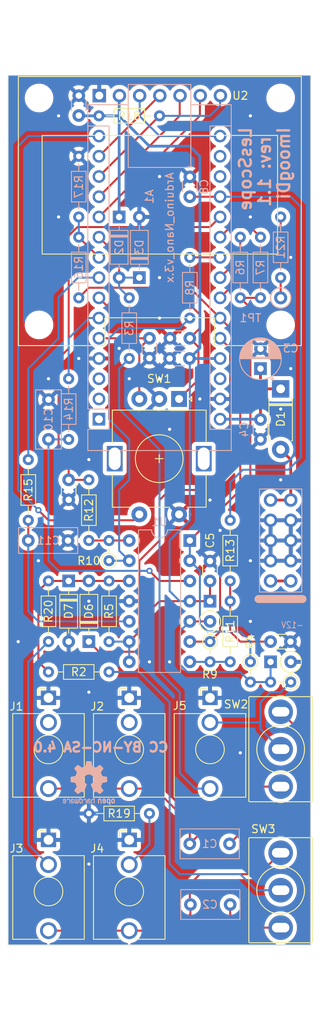
<source format=kicad_pcb>
(kicad_pcb (version 20221018) (generator pcbnew)
  (title_block (title "LesScope") (date "2025-03-20") (rev "1.1") (company "ImoogDi") (comment 1 "CC BY-NC-SA"))
  (layers (0 "F.Cu" signal) (31 "B.Cu" signal) (34 "B.Paste" user) (35 "F.Paste" user) (36 "B.SilkS" user "B.Silkscreen") (37 "F.SilkS" user "F.Silkscreen") (38 "B.Mask" user) (39 "F.Mask" user) (44 "Edge.Cuts" user))
  (net 0 "")
  (net 4 "GND")
  (net 5 "/Encoder.ENC_A")
  (net 6 "/Input_Conditioner/Fast_PWM1")
  (net 7 "/Encoder.ENC_B")
  (net 8 "/Encoder.ENC_SW")
  (net 9 "/Input_Conditioner/AMP1_x3")
  (net 10 "/Input_Conditioner/Trigger_MCU")
  (net 11 "/Input_Conditioner/AMP1_x2")
  (net 12 "/Display/DI_SDA")
  (net 13 "/Display/DO_SCK")
  (net 14 "/Display/DC_data_cmd")
  (net 15 "/Display/CS")
  (net 16 "/Display/RST")
  (net 19 "/Input_Conditioner/AD_In1")
  (net 20 "/Input_Conditioner/AD_In2")
  (net 21 "/Input_Conditioner/AMP2_x2")
  (net 22 "/Input_Conditioner/Chan1_Offset")
  (net 23 "Net-(A1-A5)")
  (net 24 "/Input_Conditioner/Chan2_Offset")
  (net 25 "+5V")
  (net 27 "+12V")
  (net 28 "Net-(U1A-+)")
  (net 29 "Net-(U1C-+)")
  (net 30 "+12VA")
  (net 31 "-12VA")
  (net 33 "Net-(SW2-C)")
  (net 34 "/Backplane/Trigger")
  (net 35 "/Input_Conditioner/Fast_PWM2")
  (net 36 "Net-(U1B--)")
  (net 37 "Net-(U1D--)")
  (net 38 "Net-(R11-Pad1)")
  (net 39 "Net-(C7-Pad1)")
  (net 40 "Net-(R10-Pad2)")
  (net 41 "Net-(J3-PadTN)")
  (net 42 "Net-(J4-PadTN)")
  (net 44 "Net-(SW2-A)")
  (net 45 "/Backplane/In2")
  (net 46 "Net-(SW3-A)")
  (net 47 "Net-(SW3-C)")
  (net 48 "Net-(SW3-B)")
  (net 49 "Net-(A1-D6)")
  (net 50 "/Backplane/In1")
  (net 51 "In1_SW")
  (net 52 "Net-(R21-Pad2)")
  (footprint "Capacitor_THT:C_Disc_D3.0mm_W1.6mm_P2.50mm" (layer "F.Cu") (at 160.063972 112.811484)
    (fp_text reference "C7" hide)
    (fp_text value "27nF" hide)
  )
  (footprint "Resistor_THT:R_Axial_DIN0204_L3.6mm_D1.6mm_P7.62mm_Horizontal" (layer "F.Cu") (at 139.743972 116.621484 180)
    (fp_text reference "R2")
    (fp_text value "100K" hide)
  )
  (footprint "Resistor_THT:R_Axial_DIN0204_L3.6mm_D1.6mm_P7.62mm_Horizontal" (layer "F.Cu") (at 132.123972 112.811484 90)
    (fp_text reference "R20")
    (fp_text value "4,7K" hide)
  )
  (footprint "Resistor_THT:R_Axial_DIN0204_L3.6mm_D1.6mm_P7.62mm_Horizontal" (layer "F.Cu") (at 129.583972 89.951484 -90)
    (fp_text reference "R15")
    (fp_text value "47K" hide)
  )
  (footprint "Capacitor_THT:C_Disc_D3.0mm_W1.6mm_P2.50mm" (layer "F.Cu") (at 152.443972 105.191484 90)
    (fp_text reference "C5")
    (fp_text value "100nF" hide)
  )
  (footprint "Resistor_THT:R_Axial_DIN0204_L3.6mm_D1.6mm_P7.62mm_Horizontal" (layer "F.Cu") (at 154.983972 115.351484 90)
    (fp_text reference "R11")
    (fp_text value "1K" hide)
  )
  (footprint "Connector_Audio:Jack_3.5mm_QingPu_WQP-PJ398SM_Vertical_CircularHoles" (layer "F.Cu") (at 132.123972 119.871484)
    (fp_text reference "J1")
    (fp_text value "AudioJack2_SwitchT" hide)
  )
  (footprint "Connector_Audio:Jack_3.5mm_QingPu_WQP-PJ398SM_Vertical_CircularHoles" (layer "F.Cu") (at 142.283972 119.871484)
    (fp_text reference "J2")
    (fp_text value "AudioJack2_SwitchT" hide)
  )
  (footprint "Resistor_THT:R_Axial_DIN0204_L3.6mm_D1.6mm_P2.54mm_Vertical" (layer "F.Cu") (at 157.523972 115.351484 -90)
    (fp_text reference "R4")
    (fp_text value "47K" hide)
  )
  (footprint "Connector_Audio:Jack_3.5mm_QingPu_WQP-PJ398SM_Vertical_CircularHoles" (layer "F.Cu") (at 152.443972 119.871484)
    (fp_text reference "J5")
    (fp_text value "AudioJack2_SwitchT" hide)
  )
  (footprint "PCM_4ms_Switch:Switch_Toggle_SPDT_Mini_SolderLug" (layer "F.Cu") (at 161.333972 126.324284)
    (fp_text reference "SW2")
    (fp_text value "SW_SPDT" hide)
  )
  (footprint "Rotary_Encoder:RotaryEncoder_Alps_EC11E-Switch_Vertical_H20mm" (layer "F.Cu") (at 148.553972 82.331484 -90)
    (fp_text reference "SW1")
    (fp_text value "RotaryEncoder_Switch" hide)
  )
  (footprint "Resistor_THT:R_Axial_DIN0204_L3.6mm_D1.6mm_P7.62mm_Horizontal" (layer "F.Cu") (at 137.203972 100.111484 90)
    (fp_text reference "R12")
    (fp_text value "2.7K" hide)
  )
  (footprint "Resistor_THT:R_Axial_DIN0204_L3.6mm_D1.6mm_P7.62mm_Horizontal" (layer "F.Cu") (at 144.823972 134.401484 180)
    (fp_text reference "R19")
    (fp_text value "27K" hide)
  )
  (footprint "Resistor_THT:R_Axial_DIN0204_L3.6mm_D1.6mm_P7.62mm_Horizontal" (layer "F.Cu") (at 139.743972 112.811484 90)
    (fp_text reference "R5")
    (fp_text value "47K" hide)
  )
  (footprint "PCM_4ms_Switch:Switch_Toggle_SPDT_Mini_SolderLug" (layer "F.Cu") (at 161.333972 144.035742 180)
    (fp_text reference "SW3")
    (fp_text value "SW_SPDT" hide)
  )
  (footprint "Capacitor_THT:C_Disc_D3.0mm_W1.6mm_P2.50mm" (layer "F.Cu") (at 134.663972 92.491484 -90)
    (fp_text reference "C9" hide)
    (fp_text value "10nF" hide)
  )
  (footprint "Diode_THT:D_DO-35_SOD27_P2.54mm_Vertical_KathodeUp" (layer "F.Cu") (at 160.063972 115.351484)
    (fp_text reference "D5" hide)
    (fp_text value "BAT46" hide)
  )
  (footprint "Diode_THT:D_DO-35_SOD27_P7.62mm_Horizontal" (layer "F.Cu") (at 134.663972 105.191484 -90)
    (fp_text reference "D7")
    (fp_text value "BAT46" hide)
  )
  (footprint "Resistor_THT:R_Axial_DIN0204_L3.6mm_D1.6mm_P7.62mm_Horizontal" (layer "F.Cu") (at 154.983972 105.191484 90)
    (fp_text reference "R13")
    (fp_text value "1K" hide)
  )
  (footprint "Diode_THT:D_DO-35_SOD27_P7.62mm_Horizontal" (layer "F.Cu") (at 137.203972 112.811484 90)
    (fp_text reference "D6")
    (fp_text value "BAT46" hide)
  )
  (footprint "Resistor_THT:R_Axial_DIN0204_L3.6mm_D1.6mm_P2.54mm_Vertical" (layer "F.Cu") (at 152.443972 112.811484 -90)
    (fp_text reference "R9")
    (fp_text value "10K" hide)
  )
  (footprint "Diode_THT:D_DO-41_SOD81_P7.62mm_Horizontal" (layer "F.Cu") (at 161.333972 81.061484 -90)
    (fp_text reference "D1")
    (fp_text value "1N5817" hide)
  )
  (footprint "Connector_Audio:Jack_3.5mm_QingPu_WQP-PJ398SM_Vertical_CircularHoles" (layer "F.Cu") (at 142.283972 137.715742)
    (fp_text reference "J4")
    (fp_text value "AudioJack2_SwitchT" hide)
  )
  (footprint "Connector_Audio:Jack_3.5mm_QingPu_WQP-PJ398SM_Vertical_CircularHoles" (layer "F.Cu") (at 132.123972 137.715742)
    (fp_text reference "J3")
    (fp_text value "AudioJack2_SwitchT" hide)
  )
  (footprint "Diode_THT:D_DO-35_SOD27_P2.54mm_Vertical_KathodeUp" (layer "F.Cu") (at 152.443972 107.731484 -90)
    (fp_text reference "D4" hide)
    (fp_text value "BAT46" hide)
  )
  (footprint "Resistor_THT:R_Axial_DIN0204_L3.6mm_D1.6mm_P7.62mm_Horizontal" (layer "F.Cu") (at 138.473972 46.771484)
    (fp_text reference "R18")
    (fp_text value "10K" hide)
  )
  (footprint "Display:DisplayModule_DM_OLED13" (layer "F.Cu") (at 137.108333 45.014742)
    (fp_text reference "U2")
    (fp_text value "OLED 1.3 128X64 SPI" hide)
  )
  (footprint "Resistor_THT:R_Axial_DIN0204_L3.6mm_D1.6mm_P2.54mm_Vertical" (layer "F.Cu") (at 162.603972 117.891484 180)
    (fp_text reference "R1" hide)
    (fp_text value "100K" hide)
  )
  (footprint "Resistor_THT:R_Axial_DIN0204_L3.6mm_D1.6mm_P2.54mm_Vertical" (layer "F.Cu") (at 139.743972 102.651484 90)
    (fp_text reference "R10")
    (fp_text value "10K" hide)
  )
  (footprint "Resistor_THT:R_Axial_DIN0204_L3.6mm_D1.6mm_P7.62mm_Horizontal" (layer "B.Cu") (at 142.283972 77.251484 90)
    (fp_text reference "R3")
    (fp_text value "4,7K" hide)
  )
  (footprint "Capacitor_THT:C_Disc_D3.0mm_W1.6mm_P2.50mm" (layer "B.Cu") (at 149.863972 77.251484 180)
    (fp_text reference "C6" hide)
    (fp_text value "100nF" hide)
  )
  (footprint "Resistor_THT:R_Axial_DIN0204_L3.6mm_D1.6mm_P7.62mm_Horizontal" (layer "B.Cu") (at 161.333972 59.471484 -90)
    (fp_text reference "R21")
    (fp_text value "1K" hide)
  )
  (footprint "Capacitor_THT:C_Rect_L7.2mm_W3.5mm_P5.00mm_FKS2_FKP2_MKS2_MKP2" (layer "B.Cu") (at 154.983972 145.831484 180)
    (fp_text reference "C2")
    (fp_text value "2,2uF" hide)
  )
  (footprint "Capacitor_THT:C_Disc_D3.0mm_W1.6mm_P2.50mm" (layer "B.Cu") (at 135.933972 44.231484 -90)
    (fp_text reference "C14" hide)
    (fp_text value "100nF" hide)
  )
  (footprint "Module:Arduino_Nano" (layer "B.Cu") (at 138.473972 84.871484)
    (fp_text reference "A1")
    (fp_text value "Arduino_Nano_v3.x")
  )
  (footprint "Diode_THT:D_DO-35_SOD27_P7.62mm_Horizontal" (layer "B.Cu") (at 141.013972 59.471484 -90)
    (fp_text reference "D2")
    (fp_text value "BAT46" hide)
  )
  (footprint "Capacitor_THT:C_Disc_D3.0mm_W1.6mm_P2.50mm" (layer "B.Cu") (at 149.903972 56.931484 90)
    (fp_text reference "C8")
    (fp_text value "27nF" hide)
  )
  (footprint "Resistor_THT:R_Axial_DIN0204_L3.6mm_D1.6mm_P7.62mm_Horizontal" (layer "B.Cu") (at 156.253972 69.631484 90)
    (fp_text reference "R6")
    (fp_text value "4,99K" hide)
  )
  (footprint "Package_DIP:DIP-14_W7.62mm" (layer "B.Cu") (at 149.903972 100.111484 180)
    (fp_text reference "U1")
    (fp_text value "MCP6004" hide)
  )
  (footprint "Capacitor_THT:C_Disc_D3.0mm_W1.6mm_P2.50mm" (layer "B.Cu") (at 158.793972 84.911484 -90)
    (fp_text reference "C4")
    (fp_text value "100nF" hide)
  )
  (footprint "PCM_4ms_Connector:Pins_2x05_2.54mm_TH_Europower" (layer "B.Cu") (at 161.333972 100.111484 180)
    (fp_text reference "J6" hide)
    (fp_text value "Conn_02x05_Odd_Even" hide)
  )
  (footprint "PCM_4ms_TestPoint:TestPoint_WireHole" (layer "B.Cu") (at 161.333972 69.631484 180)
    (fp_text reference "TP1")
    (fp_text value "TestPoint" hide)
  )
  (footprint "Symbol:OSHW-Logo2_7.3x6mm_SilkScreen" (layer "B.Cu") (at 137.203972 130.591484 180)
    (fp_text reference "REF_A" hide)
    (fp_text value "OSHW-Logo2_7.3x6mm_SilkScreen" hide)
  )
  (footprint "Resistor_THT:R_Axial_DIN0204_L3.6mm_D1.6mm_P7.62mm_Horizontal" (layer "B.Cu") (at 135.933972 69.631484 90)
    (fp_text reference "R16")
    (fp_text value "4,7K" hide)
  )
  (footprint "Capacitor_THT:C_Rect_L7.2mm_W3.0mm_P5.00mm_FKS2_FKP2_MKS2_MKP2" (layer "B.Cu") (at 129.583972 100.111484)
    (fp_text reference "C11")
    (fp_text value "1uF" hide)
  )
  (footprint "Capacitor_THT:C_Disc_D3.0mm_W1.6mm_P2.50mm" (layer "B.Cu") (at 149.903972 74.711484 180)
    (fp_text reference "C12" hide)
    (fp_text value "10nF" hide)
  )
  (footprint "Capacitor_THT:CP_Radial_D5.0mm_P2.50mm" (layer "B.Cu") (at 158.793972 78.521484 90)
    (fp_text reference "C3")
    (fp_text value "22u" hide)
  )
  (footprint "Capacitor_THT:C_Rect_L7.2mm_W3.5mm_P5.00mm_FKS2_FKP2_MKS2_MKP2" (layer "B.Cu") (at 154.903972 138.211484 180)
    (fp_text reference "C1")
    (fp_text value "2,2uF" hide)
  )
  (footprint "Resistor_THT:R_Axial_DIN0204_L3.6mm_D1.6mm_P7.62mm_Horizontal" (layer "B.Cu") (at 149.903972 72.171484 90)
    (fp_text reference "R8")
    (fp_text value "10K" hide)
  )
  (footprint "Capacitor_THT:C_Disc_D3.0mm_W1.6mm_P2.50mm" (layer "B.Cu") (at 144.823972 74.711484 -90)
    (fp_text reference "C13" hide)
    (fp_text value "10nF" hide)
  )
  (footprint "Resistor_THT:R_Axial_DIN0204_L3.6mm_D1.6mm_P7.62mm_Horizontal" (layer "B.Cu") (at 158.793972 69.631484 90)
    (fp_text reference "R7")
    (fp_text value "10K" hide)
  )
  (footprint "Capacitor_THT:C_Rect_L7.2mm_W3.0mm_P5.00mm_FKS2_FKP2_MKS2_MKP2" (layer "B.Cu") (at 132.123972 87.411484 90)
    (fp_text reference "C10")
    (fp_text value "1uF" hide)
  )
  (footprint "Resistor_THT:R_Axial_DIN0204_L3.6mm_D1.6mm_P7.62mm_Horizontal" (layer "B.Cu") (at 134.663972 79.791484 -90)
    (fp_text reference "R14")
    (fp_text value "47K" hide)
  )
  (footprint "Diode_THT:D_DO-35_SOD27_P7.62mm_Horizontal" (layer "B.Cu") (at 143.553972 67.091484 90)
    (fp_text reference "D3")
    (fp_text value "BAT46" hide)
  )
  (footprint "Resistor_THT:R_Axial_DIN0204_L3.6mm_D1.6mm_P7.62mm_Horizontal" (layer "B.Cu") (at 135.933972 51.851484 -90)
    (fp_text reference "R17")
    (fp_text value "10K" hide)
  )
  (gr_rect (start 127.043972 41.691484) (end 165.1 150.911484) (stroke (width 0.1)) (fill none) (layer "Edge.Cuts"))
  (gr_text "CC BY-NC-SA 4.0" (at 147.363972 126.781484) (layer "B.SilkS") (effects (font (size 1.2 1.2) (thickness 0.3) bold) (justify left bottom mirror)))
  (gr_text "LesScope\n rev: 1.1\nImoogDi" (at 162.603972 48.041484 90) (layer "B.SilkS") (effects (font (size 1.5 1.5) (thickness 0.3) bold) (justify left bottom mirror)))
  (via (at 157.523972 110.271484) (size 0.8) (drill 0.4) (layers "F.Cu" "B.Cu") (net 4))
  (via (at 146.093972 72.171484) (size 0.8) (drill 0.4) (layers "F.Cu" "B.Cu") (net 4))
  (via (at 141.013972 75.981484) (size 0.8) (drill 0.4) (layers "F.Cu" "B.Cu") (net 4))
  (via (at 142.283972 79.791484) (size 0.8) (drill 0.4) (layers "F.Cu" "B.Cu") (net 4))
  (via (at 137.203972 89.951484) (size 0.8) (drill 0.4) (layers "F.Cu" "B.Cu") (net 4))
  (via (at 137.203972 107.731484) (size 0.8) (drill 0.4) (layers "F.Cu" "B.Cu") (net 4))
  (via (at 151.173972 82.331484) (size 0.8) (drill 0.4) (layers "F.Cu" "B.Cu") (net 4))
  (via (at 146.093972 67.091484) (size 0.8) (drill 0.4) (layers "F.Cu" "B.Cu") (net 4))
  (via (at 162.603972 64.551484) (size 0.8) (drill 0.4) (layers "F.Cu" "B.Cu") (net 4))
  (via (at 137.203972 119.161484) (size 0.8) (drill 0.4) (layers "F.Cu" "B.Cu") (net 4))
  (via (at 137.203972 140.751484) (size 0.8) (drill 0.4) (layers "F.Cu" "B.Cu") (net 4))
  (via (at 133.393972 59.471484) (size 0.8) (drill 0.4) (layers "F.Cu" "B.Cu") (net 4))
  (via (at 157.523972 59.471484) (size 0.8) (drill 0.4) (layers "F.Cu" "B.Cu") (net 4))
  (via (at 128.313972 112.811484) (size 0.8) (drill 0.4) (layers "F.Cu" "B.Cu") (net 4))
  (via (at 161.333972 92.491484) (size 0.8) (drill 0.4) (layers "F.Cu" "B.Cu") (net 4))
  (via (at 157.523972 102.651484) (size 0.8) (drill 0.4) (layers "F.Cu" "B.Cu") (net 4))
  (via (at 146.093972 79.791484) (size 0.8) (drill 0.4) (layers "F.Cu" "B.Cu") (net 4))
  (via (at 135.933972 77.251484) (size 0.8) (drill 0.4) (layers "F.Cu" "B.Cu") (net 4))
  (via (at 156.253972 126.781484) (size 0.8) (drill 0.4) (layers "F.Cu" "B.Cu") (net 4))
  (via (at 157.523972 46.771484) (size 0.8) (drill 0.4) (layers "F.Cu" "B.Cu") (net 4))
  (via (at 153.713972 98.841484) (size 0.8) (drill 0.4) (layers "F.Cu" "B.Cu") (net 4))
  (via (at 146.093972 54.391484) (size 0.8) (drill 0.4) (layers "F.Cu" "B.Cu") (net 4))
  (via (at 162.603972 78.521484) (size 0.8) (drill 0.4) (layers "F.Cu" "B.Cu") (net 4))
  (via (at 152.443972 95.031484) (size 0.8) (drill 0.4) (layers "F.Cu" "B.Cu") (net 4))
  (via (at 147.363972 115.351484) (size 0.8) (drill 0.4) (layers "F.Cu" "B.Cu") (net 4))
  (via (at 144.823972 115.351484) (size 0.8) (drill 0.4) (layers "F.Cu" "B.Cu") (net 4))
  (via (at 132.123972 79.791484) (size 0.8) (drill 0.4) (layers "F.Cu" "B.Cu") (net 4))
  (via (at 133.393972 46.771484) (size 0.8) (drill 0.4) (layers "F.Cu" "B.Cu") (net 4))
  (via (at 161.333972 83.601484) (size 0.8) (drill 0.4) (layers "F.Cu" "B.Cu") (net 4))
  (via (at 130.853972 102.651484) (size 0.8) (drill 0.4) (layers "F.Cu" "B.Cu") (net 4))
  (via (at 147.363972 86.141484) (size 0.8) (drill 0.4) (layers "F.Cu" "B.Cu") (net 4))
  (segment (start 151.173972 73.441484) (end 149.903972 74.711484) (width 0.25) (layer "F.Cu") (net 5))
  (segment (start 149.903972 74.711484) (end 150.988972 75.796484) (width 0.25) (layer "F.Cu") (net 5))
  (segment (start 150.328541 70.901484) (end 151.173972 71.746915) (width 0.25) (layer "F.Cu") (net 5))
  (segment (start 139.743972 70.901484) (end 150.328541 70.901484) (width 0.25) (layer "F.Cu") (net 5))
  (segment (start 151.173972 71.746915) (end 151.173972 73.441484) (width 0.25) (layer "F.Cu") (net 5))
  (segment (start 150.988972 79.896484) (end 148.553972 82.331484) (width 0.25) (layer "F.Cu") (net 5))
  (segment (start 138.473972 69.631484) (end 139.743972 70.901484) (width 0.25) (layer "F.Cu") (net 5))
  (segment (start 150.988972 75.796484) (end 150.988972 79.896484) (width 0.25) (layer "F.Cu") (net 5))
  (segment (start 134.663972 74.711484) (end 134.663972 79.791484) (width 0.25) (layer "B.Cu") (net 6))
  (segment (start 137.203972 72.171484) (end 134.663972 74.711484) (width 0.25) (layer "B.Cu") (net 6))
  (segment (start 138.473972 72.171484) (end 137.203972 72.171484) (width 0.25) (layer "B.Cu") (net 6))
  (segment (start 144.823972 74.711484) (end 143.553972 75.981484) (width 0.25) (layer "F.Cu") (net 7))
  (segment (start 138.473972 74.711484) (end 144.823972 74.711484) (width 0.25) (layer "F.Cu") (net 7))
  (segment (start 143.553972 75.981484) (end 143.553972 82.331484) (width 0.25) (layer "F.Cu") (net 7))
  (segment (start 132.123972 97.571484) (end 142.813972 97.571484) (width 0.25) (layer "F.Cu") (net 8))
  (segment (start 130.853972 96.301484) (end 132.123972 97.571484) (width 0.25) (layer "F.Cu") (net 8))
  (segment (start 142.813972 97.571484) (end 143.553972 96.831484) (width 0.25) (layer "F.Cu") (net 8))
  (via (at 130.853972 96.301484) (size 0.8) (drill 0.4) (layers "F.Cu" "B.Cu") (net 8))
  (segment (start 128.313972 50.581484) (end 129.583972 49.311484) (width 0.25) (layer "B.Cu") (net 8))
  (segment (start 129.583972 49.311484) (end 138.473972 49.311484) (width 0.25) (layer "B.Cu") (net 8))
  (segment (start 128.313972 93.761484) (end 128.313972 50.581484) (width 0.25) (layer "B.Cu") (net 8))
  (segment (start 130.853972 96.301484) (end 128.313972 93.761484) (width 0.25) (layer "B.Cu") (net 8))
  (segment (start 156.253972 64.551484) (end 153.713972 67.091484) (width 0.25) (layer "F.Cu") (net 9))
  (segment (start 156.253972 62.011484) (end 156.253972 64.551484) (width 0.25) (layer "F.Cu") (net 9))
  (segment (start 141.013972 64.551484) (end 141.013972 67.091484) (width 0.25) (layer "F.Cu") (net 10))
  (segment (start 138.473972 62.011484) (end 141.013972 64.551484) (width 0.25) (layer "F.Cu") (net 10))
  (segment (start 141.013972 68.361484) (end 142.283972 69.631484) (width 0.25) (layer "B.Cu") (net 10))
  (segment (start 141.013972 67.091484) (end 141.013972 68.361484) (width 0.25) (layer "B.Cu") (net 10))
  (segment (start 141.013972 67.091484) (end 143.553972 67.091484) (width 0.25) (layer "B.Cu") (net 10))
  (segment (start 153.713972 62.011484) (end 154.983972 60.741484) (width 0.25) (layer "F.Cu") (net 11))
  (segment (start 154.983972 60.741484) (end 157.523972 60.741484) (width 0.25) (layer "F.Cu") (net 11))
  (segment (start 157.523972 60.741484) (end 158.793972 62.011484) (width 0.25) (layer "F.Cu") (net 11))
  (segment (start 138.473972 51.851484) (end 146.093972 44.231484) (width 0.25) (layer "F.Cu") (net 12))
  (segment (start 146.093972 44.231484) (end 146.133972 44.231484) (width 0.25) (layer "F.Cu") (net 12))
  (segment (start 146.093972 49.311484) (end 153.713972 49.311484) (width 0.25) (layer "B.Cu") (net 13))
  (segment (start 143.593972 46.811484) (end 146.093972 49.311484) (width 0.25) (layer "B.Cu") (net 13))
  (segment (start 143.593972 44.231484) (end 143.593972 46.811484) (width 0.25) (layer "B.Cu") (net 13))
  (segment (start 151.173972 46.771484) (end 151.173972 44.231484) (width 0.25) (layer "F.Cu") (net 14))
  (segment (start 138.473972 59.471484) (end 151.173972 46.771484) (width 0.25) (layer "F.Cu") (net 14))
  (segment (start 138.473972 54.391484) (end 146.093972 46.771484) (width 0.25) (layer "F.Cu") (net 15))
  (segment (start 153.713972 45.501484) (end 153.713972 44.231484) (width 0.25) (layer "B.Cu") (net 15))
  (segment (start 146.093972 46.771484) (end 152.443972 46.771484) (width 0.25) (layer "B.Cu") (net 15))
  (segment (start 152.443972 46.771484) (end 153.713972 45.501484) (width 0.25) (layer "B.Cu") (net 15))
  (segment (start 138.473972 56.931484) (end 148.633972 46.771484) (width 0.25) (layer "F.Cu") (net 16))
  (segment (start 148.633972 46.771484) (end 148.633972 43.931484) (width 0.25) (layer "F.Cu") (net 16))
  (segment (start 149.903972 56.931484) (end 153.713972 56.931484) (width 0.25) (layer "F.Cu") (net 19))
  (segment (start 162.603972 56.931484) (end 163.873972 58.201484) (width 0.25) (layer "B.Cu") (net 19))
  (segment (start 153.713972 56.931484) (end 162.603972 56.931484) (width 0.25) (layer "B.Cu") (net 19))
  (segment (start 162.308844 91.221484) (end 156.574963 91.221484) (width 0.25) (layer "B.Cu") (net 19))
  (segment (start 163.873972 89.656356) (end 162.308844 91.221484) (width 0.25) (layer "B.Cu") (net 19))
  (segment (start 154.983972 92.812475) (end 154.983972 97.571484) (width 0.25) (layer "B.Cu") (net 19))
  (segment (start 156.574963 91.221484) (end 154.983972 92.812475) (width 0.25) (layer "B.Cu") (net 19))
  (segment (start 163.873972 58.201484) (end 163.873972 89.656356) (width 0.25) (layer "B.Cu") (net 19))
  (segment (start 134.663972 89.951484) (end 133.393972 88.681484) (width 0.25) (layer "F.Cu") (net 20))
  (segment (start 135.754403 60.741484) (end 152.443972 60.741484) (width 0.25) (layer "F.Cu") (net 20))
  (segment (start 152.443972 60.741484) (end 153.713972 59.471484) (width 0.25) (layer "F.Cu") (net 20))
  (segment (start 134.663972 92.491484) (end 134.663972 89.951484) (width 0.25) (layer "F.Cu") (net 20))
  (segment (start 134.663972 75.981484) (end 134.663972 61.831915) (width 0.25) (layer "F.Cu") (net 20))
  (segment (start 133.393972 77.251484) (end 134.663972 75.981484) (width 0.25) (layer "F.Cu") (net 20))
  (segment (start 134.663972 61.831915) (end 135.754403 60.741484) (width 0.25) (layer "F.Cu") (net 20))
  (segment (start 134.663972 92.491484) (end 137.203972 92.491484) (width 0.25) (layer "F.Cu") (net 20))
  (segment (start 133.393972 88.681484) (end 133.393972 77.251484) (width 0.25) (layer "F.Cu") (net 20))
  (segment (start 149.903972 64.551484) (end 153.713972 64.551484) (width 0.25) (layer "F.Cu") (net 21))
  (segment (start 137.203972 68.361484) (end 149.903972 68.361484) (width 0.25) (layer "F.Cu") (net 22))
  (segment (start 149.903972 68.361484) (end 153.713972 72.171484) (width 0.25) (layer "F.Cu") (net 22))
  (segment (start 156.253972 93.761484) (end 156.253972 74.711484) (width 0.25) (layer "F.Cu") (net 22))
  (segment (start 149.903972 100.111484) (end 156.253972 93.761484) (width 0.25) (layer "F.Cu") (net 22))
  (segment (start 156.253972 74.711484) (end 153.713972 72.171484) (width 0.25) (layer "F.Cu") (net 22))
  (segment (start 135.933972 69.631484) (end 137.203972 68.361484) (width 0.25) (layer "F.Cu") (net 22))
  (segment (start 152.122981 111.541484) (end 156.253972 111.541484) (width 0.25) (layer "B.Cu") (net 22))
  (segment (start 151.173972 110.592475) (end 152.122981 111.541484) (width 0.25) (layer "B.Cu") (net 22))
  (segment (start 151.173972 103.921484) (end 151.173972 110.592475) (width 0.25) (layer "B.Cu") (net 22))
  (segment (start 149.903972 102.651484) (end 151.173972 103.921484) (width 0.25) (layer "B.Cu") (net 22))
  (segment (start 149.903972 102.651484) (end 149.903972 100.111484) (width 0.25) (layer "B.Cu") (net 22))
  (segment (start 157.523972 112.811484) (end 157.523972 115.351484) (width 0.25) (layer "B.Cu") (net 22))
  (segment (start 156.253972 111.541484) (end 157.523972 112.811484) (width 0.25) (layer "B.Cu") (net 22))
  (segment (start 153.713972 69.631484) (end 161.333972 62.011484) (width 0.25) (layer "F.Cu") (net 23))
  (segment (start 161.333972 62.011484) (end 161.333972 59.471484) (width 0.25) (layer "F.Cu") (net 23))
  (segment (start 154.983972 91.221484) (end 154.983972 75.981484) (width 0.25) (layer "F.Cu") (net 24))
  (segment (start 147.363972 93.761484) (end 152.443972 93.761484) (width 0.25) (layer "F.Cu") (net 24))
  (segment (start 152.443972 93.761484) (end 154.983972 91.221484) (width 0.25) (layer "F.Cu") (net 24))
  (segment (start 154.983972 75.981484) (end 153.713972 74.711484) (width 0.25) (layer "F.Cu") (net 24))
  (segment (start 146.093972 100.111484) (end 146.093972 95.031484) (width 0.25) (layer "F.Cu") (net 24))
  (segment (start 143.553972 102.651484) (end 146.093972 100.111484) (width 0.25) (layer "F.Cu") (net 24))
  (segment (start 142.283972 112.811484) (end 143.553972 111.541484) (width 0.25) (layer "F.Cu") (net 24))
  (segment (start 143.553972 111.541484) (end 143.553972 102.651484) (width 0.25) (layer "F.Cu") (net 24))
  (segment (start 146.093972 95.031484) (end 147.363972 93.761484) (width 0.25) (layer "F.Cu") (net 24))
  (segment (start 139.743972 112.811484) (end 142.283972 112.811484) (width 0.25) (layer "B.Cu") (net 24))
  (segment (start 142.283972 112.811484) (end 142.283972 115.351484) (width 0.25) (layer "B.Cu") (net 24))
  (segment (start 152.443972 107.731484) (end 152.443972 105.191484) (width 0.25) (layer "F.Cu") (net 25))
  (segment (start 138.473972 114.081484) (end 143.553972 114.081484) (width 0.25) (layer "F.Cu") (net 25))
  (segment (start 144.823972 112.811484) (end 144.823972 109.001484) (width 0.25) (layer "F.Cu") (net 25))
  (segment (start 143.553972 114.081484) (end 144.823972 112.811484) (width 0.25) (layer "F.Cu") (net 25))
  (segment (start 146.093972 107.731484) (end 152.443972 107.731484) (width 0.25) (layer "F.Cu") (net 25))
  (segment (start 137.203972 112.811484) (end 138.473972 114.081484) (width 0.25) (layer "F.Cu") (net 25))
  (segment (start 144.823972 109.001484) (end 146.093972 107.731484) (width 0.25) (layer "F.Cu") (net 25))
  (segment (start 141.013972 46.771484) (end 144.823972 50.581484) (width 0.35) (layer "B.Cu") (net 25))
  (segment (start 135.973972 46.771484) (end 141.013972 46.771484) (width 0.35) (layer "B.Cu") (net 25))
  (segment (start 135.933972 46.731484) (end 135.973972 46.771484) (width 0.35) (layer "B.Cu") (net 25))
  (segment (start 149.903972 77.291484) (end 149.903972 97.571484) (width 0.25) (layer "B.Cu") (net 25))
  (segment (start 147.363972 100.111484) (end 147.363972 106.461484) (width 0.25) (layer "B.Cu") (net 25))
  (segment (start 141.013972 59.471484) (end 141.013972 46.771484) (width 0.35) (layer "B.Cu") (net 25))
  (segment (start 149.903972 50.581484) (end 151.173972 51.851484) (width 0.35) (layer "B.Cu") (net 25))
  (segment (start 151.173972 75.941484) (end 149.863972 77.251484) (width 0.35) (layer "B.Cu") (net 25))
  (segment (start 149.903972 97.571484) (end 147.363972 100.111484) (width 0.25) (layer "B.Cu") (net 25))
  (segment (start 141.013972 44.231484) (end 141.013972 46.771484) (width 0.35) (layer "B.Cu") (net 25))
  (segment (start 147.363972 106.461484) (end 148.633972 107.731484) (width 0.25) (layer "B.Cu") (net 25))
  (segment (start 151.173972 51.851484) (end 151.173972 75.941484) (width 0.35) (layer "B.Cu") (net 25))
  (segment (start 144.823972 50.581484) (end 149.903972 50.581484) (width 0.35) (layer "B.Cu") (net 25))
  (segment (start 148.633972 107.731484) (end 149.903972 107.731484) (width 0.25) (layer "B.Cu") (net 25))
  (segment (start 153.713972 77.251484) (end 149.863972 77.251484) (width 0.35) (layer "B.Cu") (net 25))
  (segment (start 158.793972 84.871484) (end 158.793972 78.521484) (width 0.35) (layer "F.Cu") (net 27))
  (segment (start 158.793972 81.061484) (end 161.333972 81.061484) (width 0.35) (layer "F.Cu") (net 27))
  (segment (start 158.753972 84.871484) (end 158.793972 84.911484) (width 0.25) (layer "B.Cu") (net 27))
  (segment (start 153.713972 84.871484) (end 158.753972 84.871484) (width 0.35) (layer "B.Cu") (net 27))
  (segment (start 144.823972 103.921484) (end 146.093972 105.191484) (width 0.25) (layer "F.Cu") (net 28))
  (segment (start 146.093972 105.191484) (end 149.903972 105.191484) (width 0.25) (layer "F.Cu") (net 28))
  (via (at 144.823972 103.921484) (size 0.8) (drill 0.4) (layers "F.Cu" "B.Cu") (net 28))
  (segment (start 133.393972 103.921484) (end 132.123972 102.651484) (width 0.25) (layer "B.Cu") (net 28))
  (segment (start 132.123972 102.651484) (end 132.123972 87.411484) (width 0.25) (layer "B.Cu") (net 28))
  (segment (start 144.823972 103.921484) (end 133.393972 103.921484) (width 0.25) (layer "B.Cu") (net 28))
  (segment (start 132.123972 87.411484) (end 134.663972 87.411484) (width 0.25) (layer "B.Cu") (net 28))
  (segment (start 129.583972 100.111484) (end 129.583972 97.571484) (width 0.25) (layer "F.Cu") (net 29))
  (segment (start 130.853972 110.271484) (end 142.283972 110.271484) (width 0.25) (layer "B.Cu") (net 29))
  (segment (start 129.583972 109.001484) (end 130.853972 110.271484) (width 0.25) (layer "B.Cu") (net 29))
  (segment (start 129.583972 100.111484) (end 129.583972 109.001484) (width 0.25) (layer "B.Cu") (net 29))
  (segment (start 162.603972 89.951484) (end 161.333972 88.681484) (width 0.35) (layer "F.Cu") (net 30))
  (segment (start 162.603972 95.031484) (end 162.603972 89.951484) (width 0.35) (layer "F.Cu") (net 30))
  (segment (start 160.063972 95.031484) (end 162.603972 95.031484) (width 0.35) (layer "F.Cu") (net 30))
  (segment (start 160.063972 105.191484) (end 162.603972 105.191484) (width 0.35) (layer "F.Cu") (net 31))
  (segment (start 145.503972 131.271484) (end 149.903972 135.671484) (width 0.25) (layer "F.Cu") (net 33))
  (segment (start 161.333972 131.024284) (end 157.091172 131.024284) (width 0.25) (layer "F.Cu") (net 33))
  (segment (start 132.123972 131.271484) (end 142.283972 131.271484) (width 0.25) (layer "F.Cu") (net 33))
  (segment (start 142.283972 131.271484) (end 145.503972 131.271484) (width 0.25) (layer "F.Cu") (net 33))
  (segment (start 149.903972 138.211484) (end 149.903972 135.671484) (width 0.25) (layer "F.Cu") (net 33))
  (segment (start 157.091172 131.024284) (end 149.903972 138.211484) (width 0.25) (layer "F.Cu") (net 33))
  (segment (start 141.013972 78.521484) (end 141.013972 83.601484) (width 0.25) (layer "B.Cu") (net 34))
  (segment (start 148.633972 129.321484) (end 150.583972 131.271484) (width 0.25) (layer "B.Cu") (net 34))
  (segment (start 142.283972 77.251484) (end 141.013972 78.521484) (width 0.25) (layer "B.Cu") (net 34))
  (segment (start 148.633972 119.161484) (end 148.633972 129.321484) (width 0.25) (layer "B.Cu") (net 34))
  (segment (start 141.013972 83.601484) (end 146.093972 88.681484) (width 0.25) (layer "B.Cu") (net 34))
  (segment (start 146.093972 88.681484) (end 146.093972 116.621484) (width 0.25) (layer "B.Cu") (net 34))
  (segment (start 146.093972 116.621484) (end 148.633972 119.161484) (width 0.25) (layer "B.Cu") (net 34))
  (segment (start 150.583972 131.271484) (end 152.443972 131.271484) (width 0.25) (layer "B.Cu") (net 34))
  (segment (start 133.393972 69.541699) (end 133.393972 74.711484) (width 0.25) (layer "B.Cu") (net 35))
  (segment (start 129.583972 78.521484) (end 129.583972 89.951484) (width 0.25) (layer "B.Cu") (net 35))
  (segment (start 133.393972 74.711484) (end 129.583972 78.521484) (width 0.25) (layer "B.Cu") (net 35))
  (segment (start 135.844187 67.091484) (end 133.393972 69.541699) (width 0.25) (layer "B.Cu") (net 35))
  (segment (start 138.473972 67.091484) (end 135.844187 67.091484) (width 0.25) (layer "B.Cu") (net 35))
  (segment (start 153.713972 111.541484) (end 153.713972 103.921484) (width 0.25) (layer "F.Cu") (net 36))
  (segment (start 157.523972 100.111484) (end 157.523972 70.901484) (width 0.25) (layer "F.Cu") (net 36))
  (segment (start 157.523972 70.901484) (end 156.253972 69.631484) (width 0.25) (layer "F.Cu") (net 36))
  (segment (start 158.793972 69.631484) (end 156.253972 69.631484) (width 0.25) (layer "F.Cu") (net 36))
  (segment (start 149.903972 112.811484) (end 152.443972 112.811484) (width 0.25) (layer "F.Cu") (net 36))
  (segment (start 152.443972 112.811484) (end 153.713972 111.541484) (width 0.25) (layer "F.Cu") (net 36))
  (segment (start 153.713972 103.921484) (end 157.523972 100.111484) (width 0.25) (layer "F.Cu") (net 36))
  (segment (start 141.013972 101.381484) (end 141.013972 93.761484) (width 0.25) (layer "B.Cu") (net 37))
  (segment (start 141.013972 93.761484) (end 142.283972 92.491484) (width 0.25) (layer "B.Cu") (net 37))
  (segment (start 142.283972 92.491484) (end 142.283972 87.411484) (width 0.25) (layer "B.Cu") (net 37))
  (segment (start 139.743972 84.871484) (end 139.743972 74.711484) (width 0.25) (layer "B.Cu") (net 37))
  (segment (start 139.743972 74.711484) (end 141.013972 73.441484) (width 0.25) (layer "B.Cu") (net 37))
  (segment (start 141.013972 73.441484) (end 148.633972 73.441484) (width 0.25) (layer "B.Cu") (net 37))
  (segment (start 148.633972 73.441484) (end 149.903972 72.171484) (width 0.25) (layer "B.Cu") (net 37))
  (segment (start 142.283972 87.411484) (end 139.743972 84.871484) (width 0.25) (layer "B.Cu") (net 37))
  (segment (start 142.283972 102.651484) (end 141.013972 101.381484) (width 0.25) (layer "B.Cu") (net 37))
  (segment (start 139.743972 102.651484) (end 142.283972 102.651484) (width 0.25) (layer "B.Cu") (net 37))
  (segment (start 152.443972 115.351484) (end 154.983972 115.351484) (width 0.25) (layer "B.Cu") (net 38))
  (segment (start 149.903972 115.351484) (end 152.443972 115.351484) (width 0.25) (layer "B.Cu") (net 38))
  (segment (start 154.983972 107.731484) (end 154.983972 105.191484) (width 0.25) (layer "F.Cu") (net 39))
  (segment (start 154.983972 111.541484) (end 154.983972 107.731484) (width 0.25) (layer "F.Cu") (net 39))
  (segment (start 160.063972 112.811484) (end 156.253972 112.811484) (width 0.25) (layer "F.Cu") (net 39))
  (segment (start 156.253972 112.811484) (end 154.983972 111.541484) (width 0.25) (layer "F.Cu") (net 39))
  (segment (start 139.743972 100.111484) (end 142.283972 100.111484) (width 0.25) (layer "F.Cu") (net 40))
  (segment (start 137.203972 100.111484) (end 139.743972 100.111484) (width 0.25) (layer "F.Cu") (net 40))
  (segment (start 129.583972 115.351484) (end 132.123972 112.811484) (width 0.25) (layer "B.Cu") (net 41))
  (segment (start 132.123972 140.815742) (end 129.583972 138.275742) (width 0.25) (layer "B.Cu") (net 41))
  (segment (start 129.583972 138.275742) (end 129.583972 115.351484) (width 0.25) (layer "B.Cu") (net 41))
  (segment (start 144.823972 134.401484) (end 144.823972 138.275742) (width 0.25) (layer "B.Cu") (net 42))
  (segment (start 144.823972 138.275742) (end 142.283972 140.815742) (width 0.25) (layer "B.Cu") (net 42))
  (segment (start 162.603972 134.401484) (end 163.873972 133.131484) (width 0.25) (layer "F.Cu") (net 44))
  (segment (start 154.903972 138.211484) (end 158.713972 134.401484) (width 0.25) (layer "F.Cu") (net 44))
  (segment (start 163.873972 124.164284) (end 161.333972 121.624284) (width 0.25) (layer "F.Cu") (net 44))
  (segment (start 163.873972 133.131484) (end 163.873972 124.164284) (width 0.25) (layer "F.Cu") (net 44))
  (segment (start 158.713972 134.401484) (end 162.603972 134.401484) (width 0.25) (layer "F.Cu") (net 44))
  (segment (start 139.743972 105.191484) (end 137.203972 105.191484) (width 0.25) (layer "F.Cu") (net 45))
  (segment (start 142.283972 105.191484) (end 139.743972 105.191484) (width 0.25) (layer "F.Cu") (net 45))
  (segment (start 130.853972 106.461484) (end 130.853972 115.351484) (width 0.25) (layer "F.Cu") (net 45))
  (segment (start 130.853972 115.351484) (end 132.123972 116.621484) (width 0.25) (layer "F.Cu") (net 45))
  (segment (start 132.123972 105.191484) (end 130.853972 106.461484) (width 0.25) (layer "F.Cu") (net 45))
  (segment (start 134.663972 105.191484) (end 132.123972 105.191484) (width 0.25) (layer "F.Cu") (net 45))
  (segment (start 137.203972 105.191484) (end 134.663972 105.191484) (width 0.25) (layer "F.Cu") (net 45))
  (segment (start 154.983972 147.101484) (end 156.61823 148.735742) (width 0.25) (layer "F.Cu") (net 46))
  (segment (start 156.61823 148.735742) (end 161.333972 148.735742) (width 0.25) (layer "F.Cu") (net 46))
  (segment (start 154.983972 145.831484) (end 154.983972 147.101484) (width 0.25) (layer "F.Cu") (net 46))
  (segment (start 132.123972 149.115742) (end 142.283972 149.115742) (width 0.25) (layer "F.Cu") (net 47))
  (segment (start 149.903972 143.291484) (end 151.173972 142.021484) (width 0.25) (layer "F.Cu") (net 47))
  (segment (start 158.793972 141.875742) (end 161.333972 139.335742) (width 0.25) (layer "F.Cu") (net 47))
  (segment (start 149.903972 145.751484) (end 149.903972 143.291484) (width 0.25) (layer "F.Cu") (net 47))
  (segment (start 149.983972 147.021484) (end 147.889714 149.115742) (width 0.25) (layer "F.Cu") (net 47))
  (segment (start 151.173972 142.021484) (end 158.793972 142.021484) (width 0.25) (layer "F.Cu") (net 47))
  (segment (start 149.983972 145.831484) (end 149.903972 145.751484) (width 0.25) (layer "F.Cu") (net 47))
  (segment (start 147.889714 149.115742) (end 142.283972 149.115742) (width 0.25) (layer "F.Cu") (net 47))
  (segment (start 149.983972 145.831484) (end 149.983972 147.021484) (width 0.25) (layer "F.Cu") (net 47))
  (segment (start 158.793972 142.021484) (end 158.793972 141.875742) (width 0.25) (layer "F.Cu") (net 47))
  (segment (start 156.253972 142.021484) (end 158.26823 144.035742) (width 0.25) (layer "B.Cu") (net 48))
  (segment (start 139.743972 116.621484) (end 143.553972 116.621484) (width 0.25) (layer "B.Cu") (net 48))
  (segment (start 143.553972 116.621484) (end 147.363972 120.431484) (width 0.25) (layer "B.Cu") (net 48))
  (segment (start 148.633972 142.021484) (end 156.253972 142.021484) (width 0.25) (layer "B.Cu") (net 48))
  (segment (start 158.26823 144.035742) (end 161.333972 144.035742) (width 0.25) (layer "B.Cu") (net 48))
  (segment (start 147.363972 140.751484) (end 148.633972 142.021484) (width 0.25) (layer "B.Cu") (net 48))
  (segment (start 147.363972 120.431484) (end 147.363972 140.751484) (width 0.25) (layer "B.Cu") (net 48))
  (segment (start 135.933972 62.011484) (end 138.473972 64.551484) (width 0.25) (layer "F.Cu") (net 49))
  (segment (start 135.933972 59.471484) (end 135.933972 62.011484) (width 0.25) (layer "B.Cu") (net 49))
  (segment (start 149.903972 110.271484) (end 152.443972 110.271484) (width 0.25) (layer "F.Cu") (net 50))
  (segment (start 157.523972 117.891484) (end 156.253972 116.621484) (width 0.25) (layer "B.Cu") (net 50))
  (segment (start 156.253972 116.621484) (end 149.582981 116.621484) (width 0.25) (layer "B.Cu") (net 50))
  (segment (start 160.063972 115.351484) (end 160.063972 117.891484) (width 0.25) (layer "B.Cu") (net 50))
  (segment (start 157.523972 117.891484) (end 160.063972 117.891484) (width 0.25) (layer "B.Cu") (net 50))
  (segment (start 149.582981 116.621484) (end 148.633972 115.672475) (width 0.25) (layer "B.Cu") (net 50))
  (segment (start 148.633972 111.541484) (end 149.903972 110.271484) (width 0.25) (layer "B.Cu") (net 50))
  (segment (start 148.633972 115.672475) (end 148.633972 111.541484) (width 0.25) (layer "B.Cu") (net 50))
  (segment (start 161.333972 126.324284) (end 158.793972 123.784284) (width 0.25) (layer "B.Cu") (net 51))
  (segment (start 158.793972 120.431484) (end 158.793972 122.971484) (width 0.25) (layer "B.Cu") (net 51))
  (segment (start 162.603972 117.891484) (end 161.333972 119.161484) (width 0.25) (layer "B.Cu") (net 51))
  (segment (start 161.333972 119.161484) (end 160.063972 119.161484) (width 0.25) (layer "B.Cu") (net 51))
  (segment (start 158.793972 122.971484) (end 158.793972 123.784284) (width 0.25) (layer "B.Cu") (net 51))
  (segment (start 160.063972 119.161484) (end 158.793972 120.431484) (width 0.25) (layer "B.Cu") (net 51))
  (segment (start 152.443972 122.971484) (end 158.793972 122.971484) (width 0.25) (layer "B.Cu") (net 51))
  (segment (start 161.333972 67.091484) (end 161.333972 69.631484) (width 0.25) (layer "F.Cu") (net 52))
  (zone (net 4) (net_name "GND") (layer "F.Cu") (connect_pads (clearance 0.5)) (min_thickness 0.25) (fill yes (thermal_gap 0.5) (thermal_bridge_width 0.5))
    (polygon (pts (xy 127.043972 150.911484) (xy 165.143972 150.911484) (xy 165.143972 41.691484) (xy 127.043972 41.691484)))
  )
  (zone (net 4) (net_name "GND") (layer "B.Cu") (priority 1) (connect_pads (clearance 0.5)) (min_thickness 0.25) (fill yes (thermal_gap 0.5) (thermal_bridge_width 0.5))
    (polygon (pts (xy 127.043972 150.911484) (xy 165.143972 150.911484) (xy 165.143972 41.691484) (xy 127.043972 41.691484)))
  )
)
</source>
